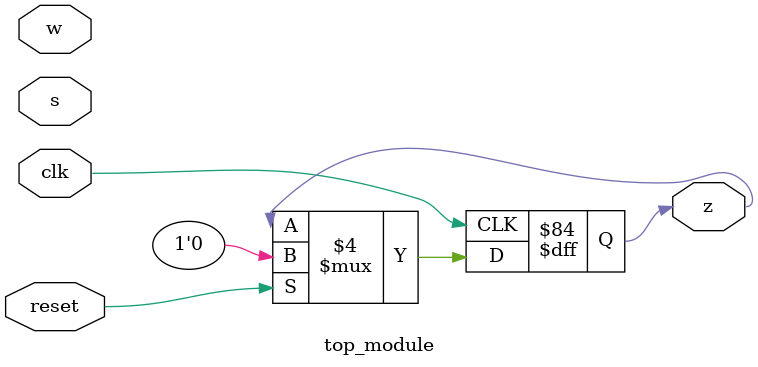
<source format=sv>
module top_module (
	input clk,
	input reset,
	input s,
	input w,
	output reg z
);

reg [3:0] state, next_state;

parameter A = 0;
parameter B = 1;
parameter C = 2;
parameter S10 = 3;
parameter S11 = 4;
parameter S20 = 5;
parameter S21 = 6;
parameter S22 = 7;

always @(posedge clk or posedge reset) begin
	if (reset)
		state <= A;
	else
		state <= next_state;
end

always @* begin
	case (state)
		A: begin
			if (s)
				next_state = B;
			else
				next_state = A;
		end
		B: begin
			if (w)
				next_state = S11;
			else
				next_state = S10;
		end
		C: begin
			if (w)
				next_state = S11;
			else
				next_state = S10;
		end
		S10: begin
			if (w)
				next_state = S21;
			else
				next_state = S20;
		end
		S11: begin
			if (w)
				next_state = S22;
			else
				next_state = S21;
		end
		S20: begin
			next_state = B;
		end
		S21: begin
			if (w)
				next_state = C;
			else
				next_state = B;
		end
		S22: begin
			if (w)
				next_state = B;
			else
				next_state = C;
		end
	endcase
end

always @(posedge clk) begin
	if (reset)
		z <= 0;
	else begin
		case (state)
			A: begin
				// Your implementation for state A
			end
			B: begin
				// Your implementation for state B
			end
			C: begin
				// Your implementation for state C
			end
			S10: begin
				// Your implementation for state S10
			end
			S11: begin
				// Your implementation for state S11
			end
			S20: begin
				// Your implementation for state S20
			end
			S21: begin
				// Your implementation for state S21
			end
			S22: begin
				// Your implementation for state S22
			end
		endcase
	end
end

endmodule

</source>
